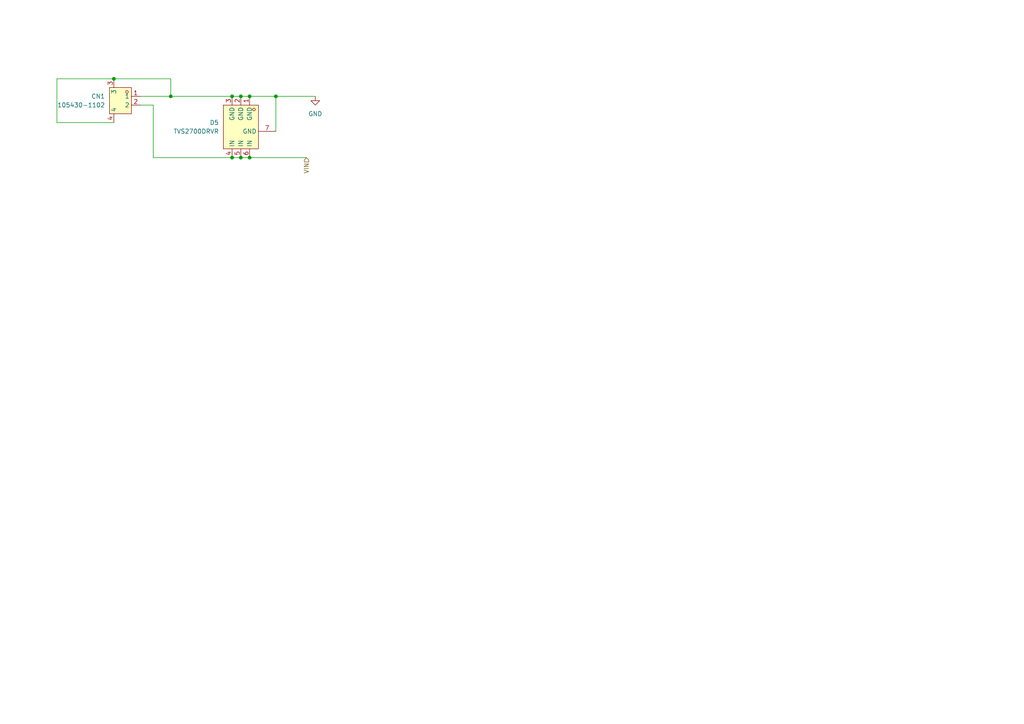
<source format=kicad_sch>
(kicad_sch (version 20250114) (generator "eeschema") (generator_version "9.0")
  (paper "A4")
  (lib_symbols
    (symbol "easyeda2kicad:105430-1102"
      (property "Reference" "CN" (at 0 11.43 0))
      (property "Value" "105430-1102" (at 0 -11.43 0))
      (symbol "105430-1102_0_1"
        (rectangle (start -5.08 3.81) (end 1.27 -3.81) (fill (type background)))
        (circle (center 0 2.54) (radius 0.38))
        (pin unspecified line (at -3.81 6.35 270) (length 2.54) (name "3") (number "3"))
        (pin unspecified line (at -3.81 -6.35 90) (length 2.54) (name "4") (number "4"))
        (pin unspecified line (at 3.81 1.27 180) (length 2.54) (name "1") (number "1"))
        (pin unspecified line (at 3.81 -1.27 180) (length 2.54) (name "2") (number "2"))
      )
    )
    (symbol "easyeda2kicad:TVS2700DRVR"
      (property "Reference" "D" (at 0 15.24 0))
      (property "Value" "TVS2700DRVR" (at 0 -7.62 0))
      (symbol "TVS2700DRVR_0_1"
        (rectangle (start -6.35 5.08) (end 6.35 -5.08) (fill (type background)))
        (circle (center -5.08 3.81) (radius 0.38))
        (pin unspecified line (at -8.89 2.54 0) (length 2.54) (name "GND") (number "1"))
        (pin unspecified line (at -8.89 0 0) (length 2.54) (name "GND") (number "2"))
        (pin unspecified line (at -8.89 -2.54 0) (length 2.54) (name "GND") (number "3"))
        (pin unspecified line (at 1.27 10.16 270) (length 5.08) (name "GND") (number "7"))
        (pin unspecified line (at 8.89 2.54 180) (length 2.54) (name "IN") (number "6"))
        (pin unspecified line (at 8.89 0 180) (length 2.54) (name "IN") (number "5"))
        (pin unspecified line (at 8.89 -2.54 180) (length 2.54) (name "IN") (number "4"))
      )
    )
    (symbol "power:GND" (power) (pin_numbers (hide yes)) (pin_names (offset 0) (hide yes))
      (property "Value" "GND" (at 0 -3.81 0))
      (symbol "GND_0_1"
        (polyline (pts (xy 0 0) (xy 0 -1.27) (xy 1.27 -1.27) (xy 0 -2.54) (xy -1.27 -1.27) (xy 0 -1.27)))
      )
      (symbol "GND_1_1"
        (pin power_in line (at 0 0 270) (length 0) (name "~") (number "1"))
      )
    )
  )
  (junction (at 80.01 27.94))
  (junction (at 33.02 22.86))
  (junction (at 69.85 27.94))
  (junction (at 69.85 45.72))
  (junction (at 72.39 45.72))
  (junction (at 49.53 27.94))
  (junction (at 72.39 27.94))
  (junction (at 67.31 45.72))
  (junction (at 67.31 27.94))
  (wire (pts (xy 67.31 27.94) (xy 69.85 27.94)))
  (wire (pts (xy 40.64 27.94) (xy 49.53 27.94)))
  (wire (pts (xy 49.53 22.86) (xy 49.53 27.94)))
  (wire (pts (xy 44.45 45.72) (xy 44.45 30.48)))
  (wire (pts (xy 72.39 45.72) (xy 88.9 45.72)))
  (wire (pts (xy 33.02 35.56) (xy 16.51 35.56)))
  (wire (pts (xy 16.51 35.56) (xy 16.51 22.86)))
  (wire (pts (xy 67.31 45.72) (xy 69.85 45.72)))
  (wire (pts (xy 33.02 22.86) (xy 49.53 22.86)))
  (wire (pts (xy 72.39 27.94) (xy 80.01 27.94)))
  (wire (pts (xy 69.85 45.72) (xy 72.39 45.72)))
  (wire (pts (xy 44.45 45.72) (xy 67.31 45.72)))
  (wire (pts (xy 69.85 27.94) (xy 72.39 27.94)))
  (wire (pts (xy 80.01 27.94) (xy 91.44 27.94)))
  (wire (pts (xy 16.51 22.86) (xy 33.02 22.86)))
  (wire (pts (xy 80.01 27.94) (xy 80.01 38.1)))
  (wire (pts (xy 49.53 27.94) (xy 67.31 27.94)))
  (wire (pts (xy 44.45 30.48) (xy 40.64 30.48)))
  (hierarchical_label "VIN" (shape input) (at 88.9 45.72 270))
  (symbol (lib_id "power:GND") (at 91.44 27.94 0) (unit 1)
    (property "Reference" "#PWR01" (effects (hide yes)))
    (property "Value" "GND" (at 91.44 33.02 0))
    (property "Description" "Power symbol creates a global label with name \"GND\" , ground" (effects (hide yes)))
    (instances (project "strip_connection" (path "" (reference "#PWR01") (unit 1)) (path "" (reference "#PWR03") (unit 1))))
  )
  (symbol (lib_id "easyeda2kicad:105430-1102") (at 36.83 29.21 0) (unit 1)
    (property "Reference" "CN1" (at 30.48 27.9399 0) (effects (justify right)))
    (property "Value" "105430-1102" (at 30.48 30.4799 0) (effects (justify right)))
    (property "Footprint" "easyeda2kicad:CONN-SMD_2P-P2.54_105430-1102" (effects (hide yes)))
    (property "LCSC Part" "C2976139" (effects (hide yes)))
    (instances (project "strip_connection" (path "" (reference "CN1") (unit 1)) (path "" (reference "CN2") (unit 1))))
  )
  (symbol (lib_id "easyeda2kicad:TVS2700DRVR") (at 69.85 36.83 270) (unit 1)
    (property "Reference" "D5" (at 63.5 35.5599 90) (effects (justify right)))
    (property "Value" "TVS2700DRVR" (at 63.5 38.0999 90) (effects (justify right)))
    (property "Footprint" "easyeda2kicad:WSON-6_L2.0-W2.0-P0.65-BL-EP" (effects (hide yes)))
    (property "Datasheet" "https://lcsc.com/product-detail/TVS_Texas-Instruments-Texas-Instruments-TVS2700DRVR_C523797.html" (effects (hide yes)))
    (property "LCSC Part" "C523797" (effects (hide yes)))
    (instances (project "" (path "" (reference "D5") (unit 1)) (path "" (reference "D6") (unit 1))))
  )
)
</source>
